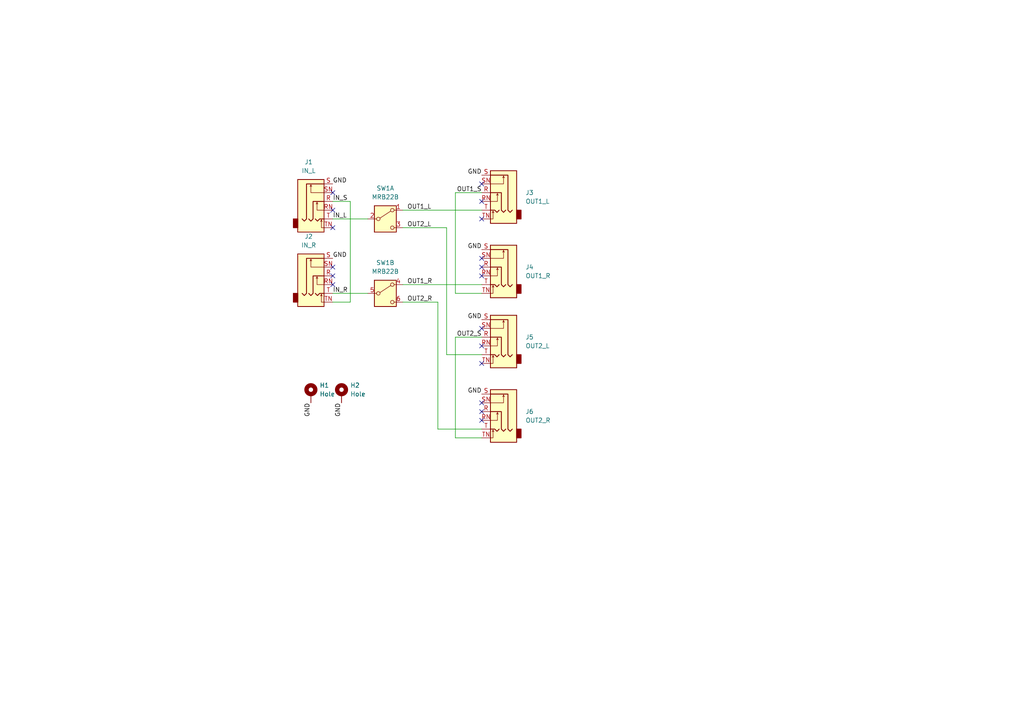
<source format=kicad_sch>
(kicad_sch (version 20231120) (generator "eeschema") (generator_version "8.0")
  (paper "A4")
  (title_block (title "AudioSwitch") (date "${DATE}") (rev "${VERSION}") (company "Qetesh"))
  (lib_symbols
    (symbol "Connector_Audio:AudioJack3_Switch"
      (property "Reference" "J" (at 0 11.43 0))
      (property "Value" "AudioJack3_Switch" (at 0 8.89 0))
      (symbol "AudioJack3_Switch_0_1"
        (rectangle (start -5.08 -5.08) (end -6.35 -7.62) (stroke (width 0.254)) (fill (type outline)))
        (polyline (pts (xy -1.27 4.826) (xy -1.016 4.318)))
        (polyline (pts (xy 0.508 -0.254) (xy 0.762 -0.762)))
        (polyline (pts (xy 1.778 -5.334) (xy 2.032 -5.842)))
        (polyline (pts (xy 0 -5.08) (xy 0.635 -5.715) (xy 1.27 -5.08) (xy 2.54 -5.08)) (stroke (width 0.254)))
        (polyline (pts (xy 2.54 -7.62) (xy 1.778 -7.62) (xy 1.778 -5.334) (xy 1.524 -5.842)))
        (polyline (pts (xy 2.54 -2.54) (xy 0.508 -2.54) (xy 0.508 -0.254) (xy 0.254 -0.762)))
        (polyline (pts (xy 2.54 2.54) (xy -1.27 2.54) (xy -1.27 4.826) (xy -1.524 4.318)))
        (polyline (pts (xy -1.905 -5.08) (xy -1.27 -5.715) (xy -0.635 -5.08) (xy -0.635 0) (xy 2.54 0)) (stroke (width 0.254)))
        (polyline (pts (xy 2.54 5.08) (xy -2.54 5.08) (xy -2.54 -5.08) (xy -3.175 -5.715) (xy -3.81 -5.08)) (stroke (width 0.254)))
        (rectangle (start 2.54 6.35) (end -5.08 -8.89) (stroke (width 0.254)) (fill (type background)))
      )
      (symbol "AudioJack3_Switch_1_1"
        (pin passive line (at 5.08 0 180) (length 2.54) (name "~") (number "R"))
        (pin passive line (at 5.08 -2.54 180) (length 2.54) (name "~") (number "RN"))
        (pin passive line (at 5.08 5.08 180) (length 2.54) (name "~") (number "S"))
        (pin passive line (at 5.08 2.54 180) (length 2.54) (name "~") (number "SN"))
        (pin passive line (at 5.08 -5.08 180) (length 2.54) (name "~") (number "T"))
        (pin passive line (at 5.08 -7.62 180) (length 2.54) (name "~") (number "TN"))
      )
    )
    (symbol "Mechanical:MountingHole_Pad" (pin_numbers hide) (pin_names (offset 1.016) hide) (exclude_from_sim yes) (in_bom no)
      (property "Reference" "H" (at 0 6.35 0))
      (property "Value" "MountingHole_Pad" (at 0 4.445 0))
      (symbol "MountingHole_Pad_0_1"
        (circle (center 0 1.27) (radius 1.27) (stroke (width 1.27)))
      )
      (symbol "MountingHole_Pad_1_1"
        (pin input line (at 0 -2.54 90) (length 2.54) (name "1") (number "1"))
      )
    )
    (symbol "Switch:SW_DPDT_x2" (pin_names (offset 0) hide)
      (property "Reference" "SW" (at 0 5.08 0))
      (property "Value" "SW_DPDT_x2" (at 0 -5.08 0))
      (symbol "SW_DPDT_x2_0_0"
        (circle (center -2.032 0) (radius 0.508))
        (circle (center 2.032 -2.54) (radius 0.508))
      )
      (symbol "SW_DPDT_x2_0_1"
        (rectangle (start -3.175 3.81) (end 3.175 -3.81) (stroke (width 0.254)) (fill (type background)))
        (polyline (pts (xy -1.524 0.254) (xy 1.5748 2.286)))
        (circle (center 2.032 2.54) (radius 0.508))
      )
      (symbol "SW_DPDT_x2_1_1"
        (pin passive line (at 5.08 2.54 180) (length 2.54) (name "A") (number "1"))
        (pin passive line (at -5.08 0 0) (length 2.54) (name "B") (number "2"))
        (pin passive line (at 5.08 -2.54 180) (length 2.54) (name "C") (number "3"))
      )
      (symbol "SW_DPDT_x2_2_1"
        (pin passive line (at 5.08 2.54 180) (length 2.54) (name "A") (number "4"))
        (pin passive line (at -5.08 0 0) (length 2.54) (name "B") (number "5"))
        (pin passive line (at 5.08 -2.54 180) (length 2.54) (name "C") (number "6"))
      )
    )
  )
  (no_connect (at 139.7 95.25))
  (no_connect (at 96.52 60.96))
  (no_connect (at 139.7 58.42))
  (no_connect (at 139.7 63.5))
  (no_connect (at 96.52 82.55))
  (no_connect (at 96.52 77.47))
  (no_connect (at 139.7 116.84))
  (no_connect (at 139.7 121.92))
  (no_connect (at 96.52 80.01))
  (no_connect (at 96.52 66.04))
  (no_connect (at 139.7 53.34))
  (no_connect (at 96.52 55.88))
  (no_connect (at 139.7 119.38))
  (no_connect (at 139.7 74.93))
  (no_connect (at 139.7 105.41))
  (no_connect (at 139.7 77.47))
  (no_connect (at 139.7 100.33))
  (no_connect (at 139.7 80.01))
  (wire (pts (xy 139.7 85.09) (xy 132.08 85.09)))
  (wire (pts (xy 96.52 85.09) (xy 106.68 85.09)))
  (wire (pts (xy 127 124.46) (xy 139.7 124.46)))
  (wire (pts (xy 127 87.63) (xy 127 124.46)))
  (wire (pts (xy 129.54 66.04) (xy 129.54 102.87)))
  (wire (pts (xy 101.6 58.42) (xy 96.52 58.42)))
  (wire (pts (xy 96.52 63.5) (xy 106.68 63.5)))
  (wire (pts (xy 132.08 55.88) (xy 139.7 55.88)))
  (wire (pts (xy 116.84 66.04) (xy 129.54 66.04)))
  (wire (pts (xy 96.52 87.63) (xy 101.6 87.63)))
  (wire (pts (xy 139.7 127) (xy 132.08 127)))
  (wire (pts (xy 116.84 82.55) (xy 139.7 82.55)))
  (wire (pts (xy 116.84 87.63) (xy 127 87.63)))
  (wire (pts (xy 132.08 127) (xy 132.08 97.79)))
  (wire (pts (xy 129.54 102.87) (xy 139.7 102.87)))
  (wire (pts (xy 101.6 87.63) (xy 101.6 58.42)))
  (wire (pts (xy 132.08 85.09) (xy 132.08 55.88)))
  (wire (pts (xy 132.08 97.79) (xy 139.7 97.79)))
  (wire (pts (xy 116.84 60.96) (xy 139.7 60.96)))
  (label "GND" (at 96.52 53.34 0))
  (label "OUT2_R" (at 118.11 87.63 0))
  (label "GND" (at 139.7 50.8 180))
  (label "GND" (at 139.7 72.39 180))
  (label "GND" (at 139.7 114.3 180))
  (label "GND" (at 99.06 116.84 270))
  (label "OUT2_S" (at 139.7 97.79 180))
  (label "IN_L" (at 96.52 63.5 0))
  (label "OUT1_R" (at 118.11 82.55 0))
  (label "OUT1_S" (at 139.7 55.88 180))
  (label "GND" (at 96.52 74.93 0))
  (label "GND" (at 90.17 116.84 270))
  (label "OUT1_L" (at 118.11 60.96 0))
  (label "IN_S" (at 96.52 58.42 0))
  (label "IN_R" (at 96.52 85.09 0))
  (label "GND" (at 139.7 92.71 180))
  (label "OUT2_L" (at 118.11 66.04 0))
  (symbol (lib_id "Connector_Audio:AudioJack3_Switch") (at 144.78 55.88 0) (mirror y) (unit 1)
    (property "Reference" "J3" (at 152.4 55.8799 0) (effects (justify right)))
    (property "Value" "OUT1_L" (at 152.4 58.4199 0) (effects (justify right)))
    (property "Footprint" "Connector_Audio:Jack_6.35mm_Neutrik_NRJ6HF-AU_Horizontal" (effects (hide yes)))
    (property "Description" "Audio Jack, 3 Poles (Stereo / TRS), Switched Poles (Normalling)" (effects (hide yes)))
  )
  (symbol (lib_id "Connector_Audio:AudioJack3_Switch") (at 91.44 80.01 0) (unit 1)
    (property "Reference" "J2" (at 89.535 68.58 0))
    (property "Value" "IN_R" (at 89.535 71.12 0))
    (property "Footprint" "Connector_Audio:Jack_6.35mm_Neutrik_NRJ6HF-AU_Horizontal" (effects (hide yes)))
    (property "Description" "Audio Jack, 3 Poles (Stereo / TRS), Switched Poles (Normalling)" (effects (hide yes)))
  )
  (symbol (lib_id "Switch:SW_DPDT_x2") (at 111.76 85.09 0) (unit 2)
    (property "Reference" "SW1" (at 111.76 76.2 0))
    (property "Value" "MRB22B" (at 111.76 78.74 0))
    (property "Footprint" "Button_Switch_THT:SW_Push_2P2T_Toggle_CK_PVA2xxH3xxxxxxV2" (effects (hide yes)))
    (property "Description" "Switch, dual pole double throw, separate symbols" (effects (hide yes)))
  )
  (symbol (lib_id "Connector_Audio:AudioJack3_Switch") (at 144.78 77.47 0) (mirror y) (unit 1)
    (property "Reference" "J4" (at 152.4 77.4699 0) (effects (justify right)))
    (property "Value" "OUT1_R" (at 152.4 80.0099 0) (effects (justify right)))
    (property "Footprint" "Connector_Audio:Jack_6.35mm_Neutrik_NRJ6HF-AU_Horizontal" (effects (hide yes)))
    (property "Description" "Audio Jack, 3 Poles (Stereo / TRS), Switched Poles (Normalling)" (effects (hide yes)))
  )
  (symbol (lib_id "Switch:SW_DPDT_x2") (at 111.76 63.5 0) (unit 1)
    (property "Reference" "SW1" (at 111.76 54.61 0))
    (property "Value" "MRB22B" (at 111.76 57.15 0))
    (property "Footprint" "Button_Switch_THT:SW_Push_2P2T_Toggle_CK_PVA2xxH3xxxxxxV2" (effects (hide yes)))
    (property "Description" "Switch, dual pole double throw, separate symbols" (effects (hide yes)))
  )
  (symbol (lib_id "Connector_Audio:AudioJack3_Switch") (at 91.44 58.42 0) (unit 1)
    (property "Reference" "J1" (at 89.535 46.99 0))
    (property "Value" "IN_L" (at 89.535 49.53 0))
    (property "Footprint" "Connector_Audio:Jack_6.35mm_Neutrik_NRJ6HF-AU_Horizontal" (effects (hide yes)))
    (property "Description" "Audio Jack, 3 Poles (Stereo / TRS), Switched Poles (Normalling)" (effects (hide yes)))
  )
  (symbol (lib_id "Connector_Audio:AudioJack3_Switch") (at 144.78 119.38 0) (mirror y) (unit 1)
    (property "Reference" "J6" (at 152.4 119.3799 0) (effects (justify right)))
    (property "Value" "OUT2_R" (at 152.4 121.9199 0) (effects (justify right)))
    (property "Footprint" "Connector_Audio:Jack_6.35mm_Neutrik_NRJ6HF-AU_Horizontal" (effects (hide yes)))
    (property "Description" "Audio Jack, 3 Poles (Stereo / TRS), Switched Poles (Normalling)" (effects (hide yes)))
  )
  (symbol (lib_id "Connector_Audio:AudioJack3_Switch") (at 144.78 97.79 0) (mirror y) (unit 1)
    (property "Reference" "J5" (at 152.4 97.7899 0) (effects (justify right)))
    (property "Value" "OUT2_L" (at 152.4 100.3299 0) (effects (justify right)))
    (property "Footprint" "Connector_Audio:Jack_6.35mm_Neutrik_NRJ6HF-AU_Horizontal" (effects (hide yes)))
    (property "Description" "Audio Jack, 3 Poles (Stereo / TRS), Switched Poles (Normalling)" (effects (hide yes)))
  )
  (symbol (lib_id "Mechanical:MountingHole_Pad") (at 99.06 114.3 0) (unit 1) (exclude_from_sim yes) (in_bom no)
    (property "Reference" "H2" (at 101.6 111.7599 0) (effects (justify left)))
    (property "Value" "Hole" (at 101.6 114.2999 0) (effects (justify left)))
    (property "Footprint" "MountingHole:MountingHole_3.2mm_M3_Pad_Via" (effects (hide yes)))
    (property "Description" "Mounting Hole with connection" (effects (hide yes)))
  )
  (symbol (lib_id "Mechanical:MountingHole_Pad") (at 90.17 114.3 0) (unit 1) (exclude_from_sim yes) (in_bom no)
    (property "Reference" "H1" (at 92.71 111.7599 0) (effects (justify left)))
    (property "Value" "Hole" (at 92.71 114.2999 0) (effects (justify left)))
    (property "Footprint" "MountingHole:MountingHole_3.2mm_M3_Pad_Via" (effects (hide yes)))
    (property "Description" "Mounting Hole with connection" (effects (hide yes)))
  )
)
</source>
